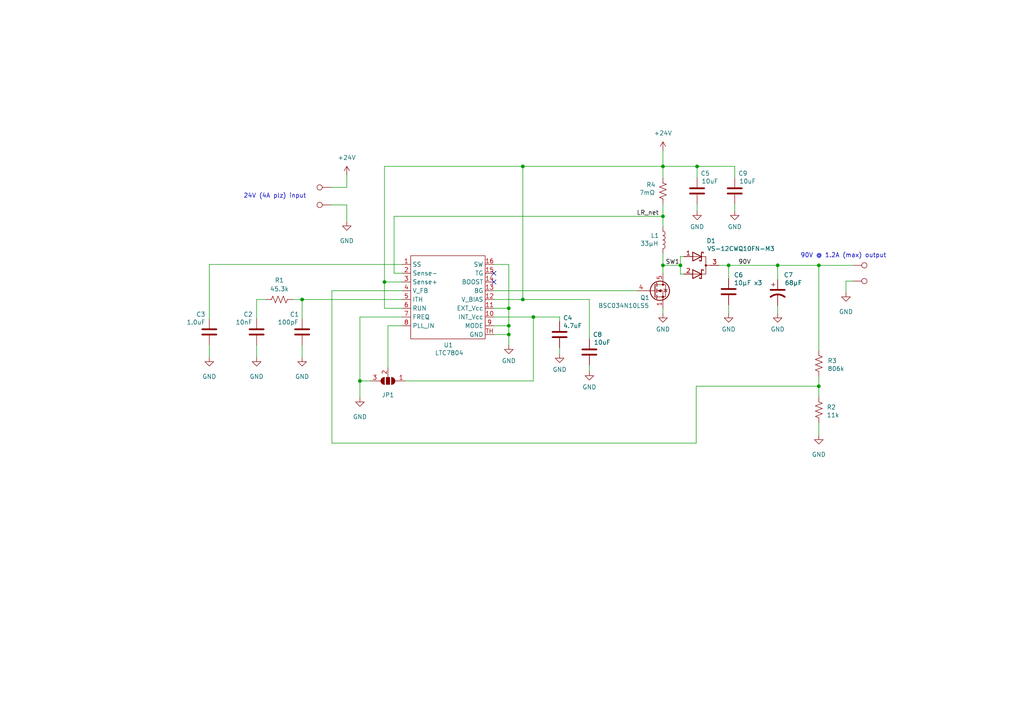
<source format=kicad_sch>
(kicad_sch (version 20231120) (generator "eeschema") (generator_version "8.0")
  (paper "A4")
  (lib_symbols
    (symbol "Connector:TestPoint" (pin_numbers hide) (pin_names (offset 0.762) hide)
      (property "Reference" "TP" (at 0 6.858 0))
      (property "Value" "TestPoint" (at 0 5.08 0))
      (symbol "TestPoint_0_1"
        (circle (center 0 3.302) (radius 0.762))
      )
      (symbol "TestPoint_1_1"
        (pin passive line (at 0 0 90) (length 2.54) (name "1") (number "1"))
      )
    )
    (symbol "Device:C" (pin_numbers hide) (pin_names (offset 0.254))
      (property "Reference" "C" (at 0.635 2.54 0))
      (property "Value" "C" (at 0.635 -2.54 0))
      (symbol "C_0_1"
        (polyline (pts (xy -2.032 -0.762) (xy 2.032 -0.762)) (stroke (width 0.508)))
        (polyline (pts (xy -2.032 0.762) (xy 2.032 0.762)) (stroke (width 0.508)))
      )
      (symbol "C_1_1"
        (pin passive line (at 0 3.81 270) (length 2.794) (name "~") (number "1"))
        (pin passive line (at 0 -3.81 90) (length 2.794) (name "~") (number "2"))
      )
    )
    (symbol "Device:C_Polarized_US" (pin_numbers hide) (pin_names (offset 0.254) hide)
      (property "Reference" "C" (at 0.635 2.54 0))
      (property "Value" "C_Polarized_US" (at 0.635 -2.54 0))
      (symbol "C_Polarized_US_0_1"
        (polyline (pts (xy -2.032 0.762) (xy 2.032 0.762)) (stroke (width 0.508)))
        (polyline (pts (xy -1.778 2.286) (xy -0.762 2.286)))
        (polyline (pts (xy -1.27 1.778) (xy -1.27 2.794)))
        (arc (start 2.032 -1.27) (mid 0 -0.5572) (end -2.032 -1.27) (stroke (width 0.508)))
      )
      (symbol "C_Polarized_US_1_1"
        (pin passive line (at 0 3.81 270) (length 2.794) (name "~") (number "1"))
        (pin passive line (at 0 -3.81 90) (length 3.302) (name "~") (number "2"))
      )
    )
    (symbol "Device:D_Schottky_Dual_CommonCathode_AAK_Parallel" (pin_names (offset 0.762) hide)
      (property "Reference" "D" (at 0 5.08 0))
      (property "Value" "D_Schottky_Dual_CommonCathode_AAK_Parallel" (at 0 -5.08 0))
      (symbol "D_Schottky_Dual_CommonCathode_AAK_Parallel_0_1"
        (polyline (pts (xy 1.27 0) (xy 2.54 0)))
        (polyline (pts (xy -2.54 -2.54) (xy 1.27 -2.54) (xy 1.27 2.54) (xy -2.54 2.54)))
        (polyline (pts (xy -2.54 -1.27) (xy 0 -2.54) (xy -2.54 -3.81) (xy -2.54 -1.27) (xy -2.54 -1.27) (xy -2.54 -1.27)) (stroke (width 0.254)))
        (polyline (pts (xy -2.54 3.81) (xy 0 2.54) (xy -2.54 1.27) (xy -2.54 3.81) (xy -2.54 3.81) (xy -2.54 3.81)) (stroke (width 0.254)))
        (polyline (pts (xy 0.508 -1.524) (xy 0.508 -1.27) (xy 0 -1.27) (xy 0 -3.81) (xy -0.508 -3.81) (xy -0.508 -3.556)) (stroke (width 0.254)))
        (polyline (pts (xy 0.508 3.556) (xy 0.508 3.81) (xy 0 3.81) (xy 0 1.27) (xy -0.508 1.27) (xy -0.508 1.524)) (stroke (width 0.254)))
        (circle (center 1.27 0) (radius 0.254) (fill (type outline)))
        (pin passive line (at -5.08 2.54 0) (length 2.54) (name "K") (number "1"))
        (pin passive line (at -5.08 -2.54 0) (length 2.54) (name "K") (number "2"))
        (pin passive line (at 5.08 0 180) (length 2.54) (name "A") (number "3"))
      )
    )
    (symbol "Device:L" (pin_numbers hide) (pin_names (offset 1.016) hide)
      (property "Reference" "L" (at -1.27 0 90))
      (property "Value" "L" (at 1.905 0 90))
      (symbol "L_0_1"
        (arc (start 0 -2.54) (mid 0.6323 -1.905) (end 0 -1.27))
        (arc (start 0 -1.27) (mid 0.6323 -0.635) (end 0 0))
        (arc (start 0 0) (mid 0.6323 0.635) (end 0 1.27))
        (arc (start 0 1.27) (mid 0.6323 1.905) (end 0 2.54))
      )
      (symbol "L_1_1"
        (pin passive line (at 0 3.81 270) (length 1.27) (name "1") (number "1"))
        (pin passive line (at 0 -3.81 90) (length 1.27) (name "2") (number "2"))
      )
    )
    (symbol "Device:R_US" (pin_numbers hide) (pin_names (offset 0))
      (property "Reference" "R" (at 2.54 0 90))
      (property "Value" "R_US" (at -2.54 0 90))
      (symbol "R_US_0_1"
        (polyline (pts (xy 0 -2.286) (xy 0 -2.54)))
        (polyline (pts (xy 0 2.286) (xy 0 2.54)))
        (polyline (pts (xy 0 -0.762) (xy 1.016 -1.143) (xy 0 -1.524) (xy -1.016 -1.905) (xy 0 -2.286)))
        (polyline (pts (xy 0 0.762) (xy 1.016 0.381) (xy 0 0) (xy -1.016 -0.381) (xy 0 -0.762)))
        (polyline (pts (xy 0 2.286) (xy 1.016 1.905) (xy 0 1.524) (xy -1.016 1.143) (xy 0 0.762)))
      )
      (symbol "R_US_1_1"
        (pin passive line (at 0 3.81 270) (length 1.27) (name "~") (number "1"))
        (pin passive line (at 0 -3.81 90) (length 1.27) (name "~") (number "2"))
      )
    )
    (symbol "Jumper:SolderJumper_3_Open" (pin_names (offset 0) hide)
      (property "Reference" "JP" (at -2.54 -2.54 0))
      (property "Value" "SolderJumper_3_Open" (at 0 2.794 0))
      (symbol "SolderJumper_3_Open_0_1"
        (arc (start -1.016 1.016) (mid -2.0276 0) (end -1.016 -1.016))
        (arc (start -1.016 1.016) (mid -2.0276 0) (end -1.016 -1.016) (fill (type outline)))
        (rectangle (start -0.508 1.016) (end 0.508 -1.016) (fill (type outline)))
        (polyline (pts (xy -2.54 0) (xy -2.032 0)))
        (polyline (pts (xy -1.016 1.016) (xy -1.016 -1.016)))
        (polyline (pts (xy 0 -1.27) (xy 0 -1.016)))
        (polyline (pts (xy 1.016 1.016) (xy 1.016 -1.016)))
        (polyline (pts (xy 2.54 0) (xy 2.032 0)))
        (arc (start 1.016 -1.016) (mid 2.0276 0) (end 1.016 1.016))
        (arc (start 1.016 -1.016) (mid 2.0276 0) (end 1.016 1.016) (fill (type outline)))
      )
      (symbol "SolderJumper_3_Open_1_1"
        (pin passive line (at -5.08 0 0) (length 2.54) (name "A") (number "1"))
        (pin passive line (at 0 -3.81 90) (length 2.54) (name "C") (number "2"))
        (pin passive line (at 5.08 0 180) (length 2.54) (name "B") (number "3"))
      )
    )
    (symbol "Roofus:LTC7804"
      (property "Reference" "U" (at -1.27 30.48 0))
      (property "Value" "LTC7804" (at 7.62 3.81 0))
      (symbol "LTC7804_0_1"
        (rectangle (start -10.16 29.21) (end 11.43 5.08))
      )
      (symbol "LTC7804_1_1"
        (pin input line (at -12.7 26.67 0) (length 2.54) (name "SS") (number "1"))
        (pin input line (at 13.97 11.43 180) (length 2.54) (name "INT_Vcc") (number "10"))
        (pin input line (at 13.97 13.97 180) (length 2.54) (name "EXT_Vcc") (number "11"))
        (pin input line (at 13.97 16.51 180) (length 2.54) (name "V_BIAS") (number "12"))
        (pin input line (at 13.97 19.05 180) (length 2.54) (name "BG") (number "13"))
        (pin input line (at 13.97 21.59 180) (length 2.54) (name "BOOST") (number "14"))
        (pin input line (at 13.97 24.13 180) (length 2.54) (name "TG") (number "15"))
        (pin input line (at 13.97 26.67 180) (length 2.54) (name "SW") (number "16"))
        (pin input line (at -12.7 24.13 0) (length 2.54) (name "Sense-") (number "2"))
        (pin input line (at -12.7 21.59 0) (length 2.54) (name "Sense+") (number "3"))
        (pin input line (at -12.7 19.05 0) (length 2.54) (name "V_FB") (number "4"))
        (pin input line (at -12.7 16.51 0) (length 2.54) (name "ITH") (number "5"))
        (pin input line (at -12.7 13.97 0) (length 2.54) (name "RUN") (number "6"))
        (pin input line (at -12.7 11.43 0) (length 2.54) (name "FREQ") (number "7"))
        (pin input line (at -12.7 8.89 0) (length 2.54) (name "PLL_IN") (number "8"))
        (pin input line (at 13.97 8.89 180) (length 2.54) (name "MODE") (number "9"))
        (pin input line (at 13.97 6.35 180) (length 2.54) (name "GND") (number "TH"))
      )
    )
    (symbol "Transistor_FET:BSC026N08NS5" (pin_names hide)
      (property "Reference" "Q" (at 5.08 1.905 0))
      (property "Value" "BSC026N08NS5" (at 5.08 0 0))
      (symbol "BSC026N08NS5_0_1"
        (polyline (pts (xy 0.254 0) (xy -2.54 0)))
        (polyline (pts (xy 0.254 1.905) (xy 0.254 -1.905)) (stroke (width 0.254)))
        (polyline (pts (xy 0.762 -1.27) (xy 0.762 -2.286)) (stroke (width 0.254)))
        (polyline (pts (xy 0.762 0.508) (xy 0.762 -0.508)) (stroke (width 0.254)))
        (polyline (pts (xy 0.762 2.286) (xy 0.762 1.27)) (stroke (width 0.254)))
        (polyline (pts (xy 2.54 2.54) (xy 2.54 1.778)))
        (polyline (pts (xy 2.54 -2.54) (xy 2.54 0) (xy 0.762 0)))
        (polyline (pts (xy 0.762 -1.778) (xy 3.302 -1.778) (xy 3.302 1.778) (xy 0.762 1.778)))
        (polyline (pts (xy 1.016 0) (xy 2.032 0.381) (xy 2.032 -0.381) (xy 1.016 0)) (fill (type outline)))
        (polyline (pts (xy 2.794 0.508) (xy 2.921 0.381) (xy 3.683 0.381) (xy 3.81 0.254)))
        (polyline (pts (xy 3.302 0.381) (xy 2.921 -0.254) (xy 3.683 -0.254) (xy 3.302 0.381)))
        (circle (center 1.651 0) (radius 2.794) (stroke (width 0.254)))
        (circle (center 2.54 -1.778) (radius 0.254) (fill (type outline)))
        (circle (center 2.54 1.778) (radius 0.254) (fill (type outline)))
      )
      (symbol "BSC026N08NS5_1_1"
        (pin passive line (at 2.54 -5.08 90) (length 2.54) (name "S") (number "1"))
        (pin passive line (at 2.54 -5.08 90) (length 2.54) hide (name "S") (number "2"))
        (pin passive line (at 2.54 -5.08 90) (length 2.54) hide (name "S") (number "3"))
        (pin passive line (at -5.08 0 0) (length 2.54) (name "G") (number "4"))
        (pin passive line (at 2.54 5.08 270) (length 2.54) (name "D") (number "5"))
      )
    )
    (symbol "power:+24V" (power) (pin_names (offset 0))
      (property "Value" "+24V" (at 0 3.556 0))
      (symbol "+24V_0_1"
        (polyline (pts (xy -0.762 1.27) (xy 0 2.54)))
        (polyline (pts (xy 0 0) (xy 0 2.54)))
        (polyline (pts (xy 0 2.54) (xy 0.762 1.27)))
      )
      (symbol "+24V_1_1"
        (pin power_in line (at 0 0 90) (length 0) hide (name "+24V") (number "1"))
      )
    )
    (symbol "power:GND" (power) (pin_names (offset 0))
      (property "Value" "GND" (at 0 -3.81 0))
      (symbol "GND_0_1"
        (polyline (pts (xy 0 0) (xy 0 -1.27) (xy 1.27 -1.27) (xy 0 -2.54) (xy -1.27 -1.27) (xy 0 -1.27)))
      )
      (symbol "GND_1_1"
        (pin power_in line (at 0 0 270) (length 0) hide (name "GND") (number "1"))
      )
    )
  )
  (junction (at 151.638 48.26))
  (junction (at 225.552 76.962))
  (junction (at 237.49 76.962))
  (junction (at 87.63 86.868))
  (junction (at 192.278 48.26))
  (junction (at 147.574 97.028))
  (junction (at 154.686 91.948))
  (junction (at 202.184 48.26))
  (junction (at 211.328 76.962))
  (junction (at 111.506 81.788))
  (junction (at 104.394 110.49))
  (junction (at 192.278 62.738))
  (junction (at 237.49 112.014))
  (junction (at 147.574 94.488))
  (junction (at 192.278 76.962))
  (junction (at 151.638 86.868))
  (junction (at 197.358 76.962))
  (junction (at 147.574 89.408))
  (no_connect (at 143.256 79.248))
  (no_connect (at 143.256 81.788))
  (wire (pts (xy 147.574 97.028) (xy 147.574 94.488)))
  (wire (pts (xy 74.422 100.076) (xy 74.422 103.632)))
  (wire (pts (xy 143.256 76.708) (xy 147.574 76.708)))
  (wire (pts (xy 154.686 91.948) (xy 154.686 110.49)))
  (wire (pts (xy 213.106 48.26) (xy 213.106 51.562)))
  (wire (pts (xy 202.184 51.562) (xy 202.184 48.26)))
  (wire (pts (xy 96.012 54.356) (xy 100.584 54.356)))
  (wire (pts (xy 170.942 98.298) (xy 170.942 86.868)))
  (wire (pts (xy 112.522 94.488) (xy 112.522 106.68)))
  (wire (pts (xy 192.278 59.182) (xy 192.278 62.738)))
  (wire (pts (xy 116.586 94.488) (xy 112.522 94.488)))
  (wire (pts (xy 87.63 86.868) (xy 116.586 86.868)))
  (wire (pts (xy 208.534 76.962) (xy 211.328 76.962)))
  (wire (pts (xy 151.638 48.26) (xy 111.506 48.26)))
  (wire (pts (xy 237.49 122.682) (xy 237.49 126.238)))
  (wire (pts (xy 96.266 128.524) (xy 96.266 84.328)))
  (wire (pts (xy 60.706 76.708) (xy 116.586 76.708)))
  (wire (pts (xy 162.306 100.838) (xy 162.306 102.616)))
  (wire (pts (xy 225.552 76.962) (xy 237.49 76.962)))
  (wire (pts (xy 237.49 109.22) (xy 237.49 112.014)))
  (wire (pts (xy 151.638 48.26) (xy 151.638 86.868)))
  (wire (pts (xy 192.278 76.962) (xy 197.358 76.962)))
  (wire (pts (xy 245.364 81.534) (xy 245.364 84.836)))
  (wire (pts (xy 198.374 79.502) (xy 197.358 79.502)))
  (wire (pts (xy 162.306 91.948) (xy 162.306 93.218)))
  (wire (pts (xy 197.358 79.502) (xy 197.358 76.962)))
  (wire (pts (xy 211.328 76.962) (xy 211.328 80.772)))
  (wire (pts (xy 147.574 89.408) (xy 147.574 94.488)))
  (wire (pts (xy 192.278 48.26) (xy 151.638 48.26)))
  (wire (pts (xy 104.394 91.948) (xy 116.586 91.948)))
  (wire (pts (xy 225.552 81.026) (xy 225.552 76.962)))
  (wire (pts (xy 116.586 89.408) (xy 111.506 89.408)))
  (wire (pts (xy 202.184 48.26) (xy 213.106 48.26)))
  (wire (pts (xy 192.278 73.406) (xy 192.278 76.962)))
  (wire (pts (xy 116.586 79.248) (xy 114.3 79.248)))
  (wire (pts (xy 114.3 79.248) (xy 114.3 62.738)))
  (wire (pts (xy 100.584 54.356) (xy 100.584 50.8)))
  (wire (pts (xy 104.394 110.49) (xy 104.394 115.316)))
  (wire (pts (xy 202.184 48.26) (xy 192.278 48.26)))
  (wire (pts (xy 170.942 105.918) (xy 170.942 107.696)))
  (wire (pts (xy 60.706 100.076) (xy 60.706 103.632)))
  (wire (pts (xy 96.266 84.328) (xy 116.586 84.328)))
  (wire (pts (xy 192.278 89.408) (xy 192.278 90.932)))
  (wire (pts (xy 247.396 81.534) (xy 245.364 81.534)))
  (wire (pts (xy 211.328 88.392) (xy 211.328 90.932)))
  (wire (pts (xy 237.49 112.014) (xy 237.49 115.062)))
  (wire (pts (xy 87.63 100.076) (xy 87.63 103.632)))
  (wire (pts (xy 202.184 59.182) (xy 202.184 61.214)))
  (wire (pts (xy 225.552 88.646) (xy 225.552 90.932)))
  (wire (pts (xy 143.256 97.028) (xy 147.574 97.028)))
  (wire (pts (xy 201.93 128.524) (xy 96.266 128.524)))
  (wire (pts (xy 237.49 76.962) (xy 237.49 101.6)))
  (wire (pts (xy 104.394 91.948) (xy 104.394 110.49)))
  (wire (pts (xy 96.012 59.436) (xy 100.584 59.436)))
  (wire (pts (xy 117.602 110.49) (xy 154.686 110.49)))
  (wire (pts (xy 84.836 86.868) (xy 87.63 86.868)))
  (wire (pts (xy 201.93 112.014) (xy 201.93 128.524)))
  (wire (pts (xy 170.942 86.868) (xy 151.638 86.868)))
  (wire (pts (xy 147.574 76.708) (xy 147.574 89.408)))
  (wire (pts (xy 143.256 84.328) (xy 184.658 84.328)))
  (wire (pts (xy 213.106 59.182) (xy 213.106 61.214)))
  (wire (pts (xy 87.63 86.868) (xy 87.63 92.456)))
  (wire (pts (xy 114.3 62.738) (xy 192.278 62.738)))
  (wire (pts (xy 60.706 92.456) (xy 60.706 76.708)))
  (wire (pts (xy 74.422 86.868) (xy 74.422 92.456)))
  (wire (pts (xy 77.216 86.868) (xy 74.422 86.868)))
  (wire (pts (xy 197.358 74.422) (xy 198.374 74.422)))
  (wire (pts (xy 147.574 100.076) (xy 147.574 97.028)))
  (wire (pts (xy 154.686 91.948) (xy 162.306 91.948)))
  (wire (pts (xy 192.278 51.562) (xy 192.278 48.26)))
  (wire (pts (xy 111.506 48.26) (xy 111.506 81.788)))
  (wire (pts (xy 192.278 62.738) (xy 192.278 65.786)))
  (wire (pts (xy 192.278 43.688) (xy 192.278 48.26)))
  (wire (pts (xy 192.278 76.962) (xy 192.278 79.248)))
  (wire (pts (xy 111.506 81.788) (xy 116.586 81.788)))
  (wire (pts (xy 111.506 89.408) (xy 111.506 81.788)))
  (wire (pts (xy 237.49 112.014) (xy 201.93 112.014)))
  (wire (pts (xy 143.256 89.408) (xy 147.574 89.408)))
  (wire (pts (xy 147.574 94.488) (xy 143.256 94.488)))
  (wire (pts (xy 143.256 86.868) (xy 151.638 86.868)))
  (wire (pts (xy 237.49 76.962) (xy 247.396 76.962)))
  (wire (pts (xy 100.584 59.436) (xy 100.584 64.262)))
  (wire (pts (xy 104.394 110.49) (xy 107.442 110.49)))
  (wire (pts (xy 197.358 76.962) (xy 197.358 74.422)))
  (wire (pts (xy 225.552 76.962) (xy 211.328 76.962)))
  (wire (pts (xy 143.256 91.948) (xy 154.686 91.948)))
  (text "90V @ 1.2A (max) output" (at 232.156 74.93 0) (effects (font (size 1.27 1.27)) (justify left bottom)))
  (text "24V (4A plz) input" (at 70.612 57.658 0) (effects (font (size 1.27 1.27)) (justify left bottom)))
  (label "SW1" (at 193.04 76.962 0))
  (label "90V" (at 214.122 76.962 0))
  (label "LR_net" (at 184.658 62.738 0))
  (symbol (lib_id "Roofus:LTC7804") (at 129.286 103.378 0) (unit 1)
    (property "Reference" "U1" (at 130.048 100.076 0))
    (property "Value" "LTC7804" (at 130.302 102.362 0))
    (property "Footprint" "Roofus_board:LTC7804_MSOP" (effects (hide yes)))
  )
  (symbol (lib_id "power:GND") (at 192.278 90.932 0) (unit 1)
    (property "Reference" "#PWR0103" (effects (hide yes)))
    (property "Value" "GND" (at 192.278 95.504 0))
  )
  (symbol (lib_id "Connector:TestPoint") (at 247.396 76.962 270) (unit 1)
    (property "Reference" "Conn1" (effects (hide yes)))
    (property "Value" "90V" (effects (hide yes)))
    (property "Footprint" "TestPoint:TestPoint_THTPad_4.0x4.0mm_Drill2.0mm" (effects (hide yes)))
  )
  (symbol (lib_id "Device:R_US") (at 237.49 118.872 0) (unit 1)
    (property "Reference" "R2" (at 239.776 118.11 0) (effects (justify left)))
    (property "Value" "11k" (at 239.776 120.396 0) (effects (justify left)))
    (property "Footprint" "Resistor_SMD:R_0805_2012Metric" (effects (hide yes)))
  )
  (symbol (lib_id "power:+24V") (at 192.278 43.688 0) (unit 1)
    (property "Reference" "#PWR0102" (effects (hide yes)))
    (property "Value" "+24V" (at 192.278 38.608 0))
  )
  (symbol (lib_id "Connector:TestPoint") (at 247.396 81.534 270) (unit 1)
    (property "Reference" "Conn4" (effects (hide yes)))
    (property "Value" "GND" (effects (hide yes)))
    (property "Footprint" "TestPoint:TestPoint_THTPad_4.0x4.0mm_Drill2.0mm" (effects (hide yes)))
  )
  (symbol (lib_id "Device:C") (at 87.63 96.266 0) (unit 1)
    (property "Reference" "C1" (at 84.074 91.186 0) (effects (justify left)))
    (property "Value" "100pF" (at 80.518 93.472 0) (effects (justify left)))
    (property "Footprint" "Capacitor_SMD:C_0805_2012Metric" (effects (hide yes)))
  )
  (symbol (lib_id "Device:D_Schottky_Dual_CommonCathode_AAK_Parallel") (at 203.454 76.962 0) (unit 1)
    (property "Reference" "D1" (at 206.248 69.85 0))
    (property "Value" "VS-12CWQ10FN-M3" (at 214.884 72.136 0))
    (property "Footprint" "Roofus_board:D-PAK" (effects (hide yes)))
  )
  (symbol (lib_id "Device:C") (at 60.706 96.266 0) (unit 1)
    (property "Reference" "C3" (at 56.896 91.186 0) (effects (justify left)))
    (property "Value" "1.0uF" (at 54.102 93.472 0) (effects (justify left)))
    (property "Footprint" "Capacitor_SMD:C_0805_2012Metric" (effects (hide yes)))
  )
  (symbol (lib_id "power:GND") (at 225.552 90.932 0) (unit 1)
    (property "Reference" "#PWR0112" (effects (hide yes)))
    (property "Value" "GND" (at 225.552 95.504 0))
  )
  (symbol (lib_id "Device:R_US") (at 81.026 86.868 270) (unit 1)
    (property "Reference" "R1" (at 81.026 81.28 90))
    (property "Value" "45.3k" (at 81.026 83.82 90))
    (property "Footprint" "Resistor_SMD:R_0805_2012Metric" (effects (hide yes)))
  )
  (symbol (lib_id "Device:C") (at 170.942 102.108 0) (unit 1)
    (property "Reference" "C8" (at 171.958 97.028 0) (effects (justify left)))
    (property "Value" "10uF" (at 172.212 99.314 0) (effects (justify left)))
    (property "Footprint" "Resistor_SMD:R_1210_3225Metric" (effects (hide yes)))
  )
  (symbol (lib_id "power:GND") (at 237.49 126.238 0) (unit 1)
    (property "Reference" "#PWR0111" (effects (hide yes)))
    (property "Value" "GND" (at 237.49 131.826 0))
  )
  (symbol (lib_id "power:GND") (at 202.184 61.214 0) (unit 1)
    (property "Reference" "#PWR0106" (effects (hide yes)))
    (property "Value" "GND" (at 202.184 65.786 0))
  )
  (symbol (lib_id "power:GND") (at 100.584 64.262 0) (unit 1)
    (property "Reference" "#PWR0113" (effects (hide yes)))
    (property "Value" "GND" (at 100.584 69.85 0))
  )
  (symbol (lib_id "power:GND") (at 170.942 107.696 0) (unit 1)
    (property "Reference" "#PWR0116" (effects (hide yes)))
    (property "Value" "GND" (at 170.942 112.268 0))
  )
  (symbol (lib_id "Device:L") (at 192.278 69.596 0) (unit 1)
    (property "Reference" "L1" (at 188.722 68.326 0) (effects (justify left)))
    (property "Value" "33µH" (at 185.674 70.612 0) (effects (justify left)))
    (property "Footprint" "Roofus_board:SRP1510CA" (effects (hide yes)))
  )
  (symbol (lib_id "Device:R_US") (at 192.278 55.372 180) (unit 1)
    (property "Reference" "R4" (at 187.452 53.594 0) (effects (justify right)))
    (property "Value" "7mΩ" (at 185.42 55.88 0) (effects (justify right)))
    (property "Footprint" "Roofus_board:WSHM2818" (effects (hide yes)))
  )
  (symbol (lib_id "power:GND") (at 60.706 103.632 0) (unit 1)
    (property "Reference" "#PWR0108" (effects (hide yes)))
    (property "Value" "GND" (at 60.706 109.22 0))
  )
  (symbol (lib_id "power:GND") (at 211.328 90.932 0) (unit 1)
    (property "Reference" "#PWR0104" (effects (hide yes)))
    (property "Value" "GND" (at 211.328 95.504 0))
  )
  (symbol (lib_id "Device:C") (at 74.422 96.266 0) (unit 1)
    (property "Reference" "C2" (at 70.612 91.186 0) (effects (justify left)))
    (property "Value" "10nF" (at 68.326 93.472 0) (effects (justify left)))
    (property "Footprint" "Capacitor_SMD:C_0805_2012Metric" (effects (hide yes)))
  )
  (symbol (lib_id "Device:C") (at 202.184 55.372 0) (unit 1)
    (property "Reference" "C5" (at 203.2 50.292 0) (effects (justify left)))
    (property "Value" "10uF" (at 203.454 52.578 0) (effects (justify left)))
    (property "Footprint" "Resistor_SMD:R_1210_3225Metric" (effects (hide yes)))
  )
  (symbol (lib_id "Device:C") (at 211.328 84.582 0) (unit 1)
    (property "Reference" "C6" (at 212.852 79.756 0) (effects (justify left)))
    (property "Value" "10µF x3" (at 212.852 82.042 0) (effects (justify left)))
    (property "Footprint" "Capacitor_SMD:C_2220_5650Metric" (effects (hide yes)))
  )
  (symbol (lib_id "Device:C_Polarized_US") (at 225.552 84.836 0) (unit 1)
    (property "Reference" "C7" (at 227.33 79.756 0) (effects (justify left)))
    (property "Value" "68µF" (at 227.584 82.042 0) (effects (justify left)))
    (property "Footprint" "Roofus_board:AFK_H" (effects (hide yes)))
  )
  (symbol (lib_id "Connector:TestPoint") (at 96.012 59.436 90) (unit 1)
    (property "Reference" "Conn3" (effects (hide yes)))
    (property "Value" "GND" (effects (hide yes)))
    (property "Footprint" "TestPoint:TestPoint_THTPad_4.0x4.0mm_Drill2.0mm" (effects (hide yes)))
  )
  (symbol (lib_id "Connector:TestPoint") (at 96.012 54.356 90) (unit 1)
    (property "Reference" "Conn2" (effects (hide yes)))
    (property "Value" "24V" (effects (hide yes)))
    (property "Footprint" "TestPoint:TestPoint_THTPad_4.0x4.0mm_Drill2.0mm" (effects (hide yes)))
  )
  (symbol (lib_id "power:GND") (at 87.63 103.632 0) (unit 1)
    (property "Reference" "#PWR0107" (effects (hide yes)))
    (property "Value" "GND" (at 87.63 109.22 0))
  )
  (symbol (lib_id "power:GND") (at 147.574 100.076 0) (unit 1)
    (property "Reference" "#PWR0101" (effects (hide yes)))
    (property "Value" "GND" (at 147.574 104.648 0))
  )
  (symbol (lib_id "power:GND") (at 74.422 103.632 0) (unit 1)
    (property "Reference" "#PWR0110" (effects (hide yes)))
    (property "Value" "GND" (at 74.422 109.22 0))
  )
  (symbol (lib_id "Transistor_FET:BSC026N08NS5") (at 189.738 84.328 0) (unit 1)
    (property "Reference" "Q1" (at 185.674 86.36 0) (effects (justify left)))
    (property "Value" "BSC034N10LS5" (at 173.482 88.646 0) (effects (justify left)))
    (property "Footprint" "Package_TO_SOT_SMD:TDSON-8-1" (effects (hide yes)))
    (property "Datasheet" "http://www.infineon.com/dgdl/Infineon-BSC026N08NS5-DS-v02_01-EN.pdf?fileId=5546d4624ad04ef9014ae2eace7629e0" (effects (hide yes)))
  )
  (symbol (lib_id "power:GND") (at 104.394 115.316 0) (unit 1)
    (property "Reference" "#PWR0109" (effects (hide yes)))
    (property "Value" "GND" (at 104.394 120.904 0))
  )
  (symbol (lib_id "Device:R_US") (at 237.49 105.41 0) (unit 1)
    (property "Reference" "R3" (at 240.03 104.648 0) (effects (justify left)))
    (property "Value" "806k" (at 240.03 106.934 0) (effects (justify left)))
    (property "Footprint" "Resistor_SMD:R_0805_2012Metric" (effects (hide yes)))
  )
  (symbol (lib_id "Device:C") (at 162.306 97.028 0) (unit 1)
    (property "Reference" "C4" (at 163.322 92.202 0) (effects (justify left)))
    (property "Value" "4.7uF" (at 163.322 94.488 0) (effects (justify left)))
    (property "Footprint" "Resistor_SMD:R_0805_2012Metric" (effects (hide yes)))
  )
  (symbol (lib_id "power:GND") (at 162.306 102.616 0) (unit 1)
    (property "Reference" "#PWR0105" (effects (hide yes)))
    (property "Value" "GND" (at 162.306 107.188 0))
  )
  (symbol (lib_id "power:+24V") (at 100.584 50.8 0) (unit 1)
    (property "Reference" "#PWR0114" (effects (hide yes)))
    (property "Value" "+24V" (at 100.584 45.72 0))
  )
  (symbol (lib_id "power:GND") (at 245.364 84.836 0) (unit 1)
    (property "Reference" "#PWR0115" (effects (hide yes)))
    (property "Value" "GND" (at 245.364 90.424 0))
  )
  (symbol (lib_id "Jumper:SolderJumper_3_Open") (at 112.522 110.49 180) (unit 1)
    (property "Reference" "JP1" (at 112.522 114.554 0))
    (property "Value" "Spread spectrum select" (effects (hide yes)))
    (property "Footprint" "Jumper:SolderJumper-3_P1.3mm_Open_Pad1.0x1.5mm" (effects (hide yes)))
  )
  (symbol (lib_id "power:GND") (at 213.106 61.214 0) (unit 1)
    (property "Reference" "#PWR01" (effects (hide yes)))
    (property "Value" "GND" (at 213.106 65.786 0))
  )
  (symbol (lib_id "Device:C") (at 213.106 55.372 0) (unit 1)
    (property "Reference" "C9" (at 214.122 50.292 0) (effects (justify left)))
    (property "Value" "10uF" (at 214.376 52.578 0) (effects (justify left)))
    (property "Footprint" "Resistor_SMD:R_1210_3225Metric" (effects (hide yes)))
  )
)
</source>
